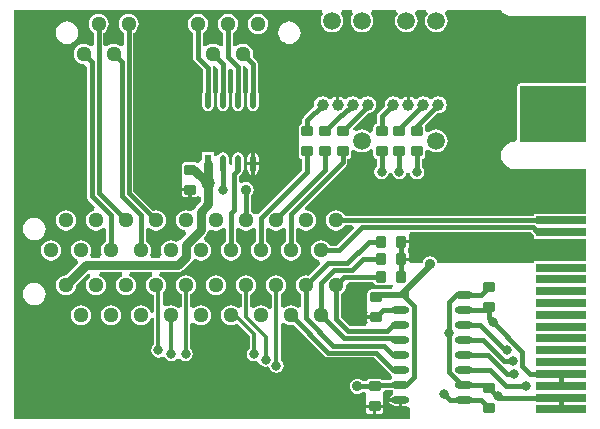
<source format=gtl>
G04 Layer_Physical_Order=1*
G04 Layer_Color=255*
%FSLAX24Y24*%
%MOIN*%
G70*
G01*
G75*
G04:AMPARAMS|DCode=10|XSize=39.4mil|YSize=35.4mil|CornerRadius=4.4mil|HoleSize=0mil|Usage=FLASHONLY|Rotation=180.000|XOffset=0mil|YOffset=0mil|HoleType=Round|Shape=RoundedRectangle|*
%AMROUNDEDRECTD10*
21,1,0.0394,0.0266,0,0,180.0*
21,1,0.0305,0.0354,0,0,180.0*
1,1,0.0089,-0.0153,0.0133*
1,1,0.0089,0.0153,0.0133*
1,1,0.0089,0.0153,-0.0133*
1,1,0.0089,-0.0153,-0.0133*
%
%ADD10ROUNDEDRECTD10*%
%ADD11R,0.0217X0.0591*%
%ADD12O,0.0217X0.0591*%
G04:AMPARAMS|DCode=13|XSize=39.4mil|YSize=35.4mil|CornerRadius=4.4mil|HoleSize=0mil|Usage=FLASHONLY|Rotation=270.000|XOffset=0mil|YOffset=0mil|HoleType=Round|Shape=RoundedRectangle|*
%AMROUNDEDRECTD13*
21,1,0.0394,0.0266,0,0,270.0*
21,1,0.0305,0.0354,0,0,270.0*
1,1,0.0089,-0.0133,-0.0153*
1,1,0.0089,-0.0133,0.0153*
1,1,0.0089,0.0133,0.0153*
1,1,0.0089,0.0133,-0.0153*
%
%ADD13ROUNDEDRECTD13*%
%ADD14O,0.0610X0.0236*%
%ADD15R,0.0610X0.0236*%
%ADD16R,0.1654X0.0276*%
%ADD17C,0.0118*%
%ADD18C,0.0157*%
%ADD19C,0.0197*%
%ADD20C,0.0315*%
%ADD21C,0.0394*%
%ADD22C,0.0512*%
%ADD23C,0.0591*%
%ADD24C,0.0315*%
%ADD25C,0.0354*%
%ADD26C,0.0472*%
G36*
X12054Y4603D02*
X12082Y4562D01*
X12122Y4535D01*
X12170Y4525D01*
X12436D01*
X12475Y4533D01*
X12480Y4528D01*
X12709D01*
X12709Y4528D01*
X12659Y4409D01*
X12569D01*
Y4393D01*
X12205D01*
X12199Y4392D01*
X11973D01*
X11925Y4383D01*
X11885Y4355D01*
X11858Y4315D01*
X11848Y4267D01*
Y4001D01*
X11856Y3962D01*
X11850Y3957D01*
Y3642D01*
X11856Y3636D01*
X11848Y3597D01*
Y3524D01*
X12126D01*
Y3406D01*
X11848D01*
Y3332D01*
X11855Y3294D01*
X11853Y3276D01*
X11788Y3176D01*
X11263D01*
X10960Y3480D01*
Y4232D01*
X10968Y4235D01*
X11038Y4289D01*
X11092Y4359D01*
X11125Y4440D01*
X11137Y4528D01*
X11235Y4643D01*
X12046D01*
X12054Y4603D01*
D02*
G37*
G36*
X19134Y9313D02*
X16929D01*
Y11181D01*
X19134D01*
Y9313D01*
D02*
G37*
G36*
X17400Y6186D02*
X17400Y6186D01*
X17402Y6185D01*
Y6083D01*
X19134D01*
Y5335D01*
X17402D01*
Y5276D01*
X14190D01*
X14186Y5303D01*
X14161Y5365D01*
X14120Y5419D01*
X14066Y5460D01*
X14004Y5486D01*
X13937Y5494D01*
X13870Y5486D01*
X13808Y5460D01*
X13754Y5419D01*
X13713Y5365D01*
X13688Y5303D01*
X13684Y5276D01*
X13335D01*
X13268Y5276D01*
X13246Y5335D01*
X12972D01*
Y5453D01*
X13231D01*
Y5546D01*
X13221Y5594D01*
X13205Y5619D01*
X13194Y5639D01*
Y5739D01*
X13205Y5759D01*
X13221Y5784D01*
X13231Y5832D01*
Y5925D01*
X12972D01*
Y6043D01*
X13231D01*
Y6137D01*
X13223Y6178D01*
X13222Y6187D01*
X13285Y6296D01*
X17290D01*
X17400Y6186D01*
D02*
G37*
G36*
X16332Y13650D02*
X16373Y13597D01*
X16426Y13556D01*
X16488Y13530D01*
X16555Y13521D01*
Y13522D01*
X19134D01*
Y11261D01*
X16929D01*
X16898Y11255D01*
X16872Y11238D01*
X16855Y11212D01*
X16849Y11181D01*
Y9366D01*
X16752Y9315D01*
Y9315D01*
X16634Y9299D01*
X16524Y9254D01*
X16429Y9181D01*
X16356Y9087D01*
X16311Y8976D01*
X16295Y8858D01*
X16311Y8740D01*
X16356Y8630D01*
X16429Y8535D01*
X16524Y8463D01*
X16634Y8417D01*
X16752Y8402D01*
Y8404D01*
X19134D01*
Y6909D01*
X17402D01*
Y6853D01*
X11095D01*
X11092Y6862D01*
X11038Y6932D01*
X10968Y6985D01*
X10887Y7019D01*
X10799Y7030D01*
X10712Y7019D01*
X10630Y6985D01*
X10561Y6932D01*
X10507Y6862D01*
X10473Y6780D01*
X10462Y6693D01*
X10473Y6606D01*
X10507Y6524D01*
X10561Y6454D01*
X10630Y6401D01*
X10712Y6367D01*
X10799Y6355D01*
X10887Y6367D01*
X10968Y6401D01*
X11038Y6454D01*
X11092Y6524D01*
X11095Y6532D01*
X11348D01*
X11393Y6423D01*
X10823Y5853D01*
X10595D01*
X10592Y5862D01*
X10538Y5932D01*
X10468Y5985D01*
X10387Y6019D01*
X10299Y6030D01*
X10212Y6019D01*
X10130Y5985D01*
X10061Y5932D01*
X10007Y5862D01*
X9973Y5780D01*
X9962Y5693D01*
X9973Y5606D01*
X10007Y5524D01*
X10061Y5454D01*
X10130Y5401D01*
X10212Y5367D01*
X10241Y5363D01*
X10283Y5238D01*
X9895Y4850D01*
X9887Y4854D01*
X9799Y4865D01*
X9712Y4854D01*
X9630Y4820D01*
X9561Y4766D01*
X9507Y4696D01*
X9473Y4615D01*
X9462Y4528D01*
X9473Y4440D01*
X9507Y4359D01*
X9561Y4289D01*
X9630Y4235D01*
X9639Y4232D01*
Y3829D01*
X9587Y3797D01*
X9521Y3780D01*
X9468Y3820D01*
X9387Y3854D01*
X9299Y3865D01*
X9212Y3854D01*
X9130Y3820D01*
X9078Y3779D01*
X9013Y3796D01*
X8959Y3828D01*
Y4232D01*
X8968Y4235D01*
X9038Y4289D01*
X9092Y4359D01*
X9125Y4440D01*
X9137Y4528D01*
X9125Y4615D01*
X9092Y4696D01*
X9038Y4766D01*
X8968Y4820D01*
X8887Y4854D01*
X8799Y4865D01*
X8712Y4854D01*
X8630Y4820D01*
X8561Y4766D01*
X8507Y4696D01*
X8473Y4615D01*
X8462Y4528D01*
X8473Y4440D01*
X8507Y4359D01*
X8561Y4289D01*
X8630Y4235D01*
X8678Y4215D01*
Y3777D01*
X8560Y3737D01*
X8538Y3766D01*
X8468Y3820D01*
X8387Y3854D01*
X8299Y3865D01*
X8212Y3854D01*
X8130Y3820D01*
X8061Y3766D01*
X8054Y3758D01*
X7936Y3798D01*
Y4222D01*
X7968Y4235D01*
X8038Y4289D01*
X8092Y4359D01*
X8125Y4440D01*
X8137Y4528D01*
X8125Y4615D01*
X8092Y4696D01*
X8038Y4766D01*
X7968Y4820D01*
X7887Y4854D01*
X7799Y4865D01*
X7712Y4854D01*
X7630Y4820D01*
X7561Y4766D01*
X7507Y4696D01*
X7473Y4615D01*
X7462Y4528D01*
X7473Y4440D01*
X7507Y4359D01*
X7561Y4289D01*
X7630Y4235D01*
X7655Y4225D01*
Y3808D01*
X7543Y3768D01*
X7537Y3767D01*
X7468Y3820D01*
X7387Y3854D01*
X7299Y3865D01*
X7212Y3854D01*
X7130Y3820D01*
X7061Y3766D01*
X7007Y3696D01*
X6973Y3615D01*
X6962Y3528D01*
X6973Y3440D01*
X7007Y3359D01*
X7061Y3289D01*
X7130Y3235D01*
X7212Y3202D01*
X7299Y3190D01*
X7387Y3202D01*
X7468Y3235D01*
X7515Y3271D01*
X7930Y2855D01*
Y2434D01*
X7901Y2414D01*
X7848Y2336D01*
X7830Y2244D01*
X7848Y2152D01*
X7901Y2074D01*
X7979Y2022D01*
X8071Y2003D01*
X8163Y2022D01*
X8249Y1937D01*
X8289Y1877D01*
X8367Y1825D01*
X8459Y1806D01*
X8551Y1825D01*
X8617Y1727D01*
X8649Y1680D01*
X8727Y1628D01*
X8819Y1610D01*
X8911Y1628D01*
X8989Y1680D01*
X9041Y1758D01*
X9060Y1850D01*
X9041Y1943D01*
X8989Y2021D01*
X8959Y2041D01*
Y3227D01*
X9013Y3259D01*
X9078Y3276D01*
X9130Y3235D01*
X9212Y3202D01*
X9299Y3190D01*
X9387Y3202D01*
X9395Y3205D01*
X10430Y2170D01*
X10430Y2170D01*
X10482Y2135D01*
X10543Y2123D01*
X10543Y2123D01*
X12059D01*
X12583Y1599D01*
X12583Y1599D01*
X12622Y1573D01*
X12624Y1571D01*
X12642Y1559D01*
X12659Y1429D01*
X12656Y1418D01*
X12605Y1373D01*
X12334D01*
X12328Y1383D01*
X12287Y1410D01*
X12239Y1420D01*
X11934D01*
X11886Y1410D01*
X11845Y1383D01*
X11821Y1347D01*
X11780Y1343D01*
X11699Y1344D01*
X11698Y1344D01*
X11645Y1385D01*
X11583Y1411D01*
X11516Y1420D01*
X11449Y1411D01*
X11387Y1385D01*
X11333Y1344D01*
X11292Y1290D01*
X11266Y1228D01*
X11258Y1161D01*
X11266Y1095D01*
X11292Y1032D01*
X11333Y979D01*
X11387Y938D01*
X11449Y912D01*
X11516Y903D01*
X11583Y912D01*
X11645Y938D01*
X11693Y975D01*
X11722Y970D01*
X11811Y937D01*
Y669D01*
X11816Y664D01*
X11809Y625D01*
Y551D01*
X12365D01*
Y625D01*
X12357Y664D01*
X12362Y669D01*
Y984D01*
X12452Y1052D01*
X12652D01*
X12689Y1027D01*
X12711Y1023D01*
Y902D01*
X12689Y898D01*
X12624Y855D01*
X12580Y789D01*
X12577Y772D01*
X12953D01*
Y713D01*
X13012D01*
Y512D01*
X13140D01*
X13150Y514D01*
X13268Y430D01*
Y80D01*
X80D01*
Y13699D01*
X10326D01*
X10339Y13685D01*
X10378Y13581D01*
X10343Y13535D01*
X10305Y13444D01*
X10292Y13346D01*
X10305Y13249D01*
X10343Y13158D01*
X10403Y13080D01*
X10481Y13020D01*
X10572Y12982D01*
X10669Y12969D01*
X10767Y12982D01*
X10858Y13020D01*
X10936Y13080D01*
X10996Y13158D01*
X11034Y13249D01*
X11047Y13346D01*
X11034Y13444D01*
X10996Y13535D01*
X10961Y13581D01*
X11000Y13685D01*
X11012Y13699D01*
X11326D01*
X11339Y13685D01*
X11378Y13581D01*
X11343Y13535D01*
X11305Y13444D01*
X11292Y13346D01*
X11305Y13249D01*
X11343Y13158D01*
X11403Y13080D01*
X11481Y13020D01*
X11572Y12982D01*
X11669Y12969D01*
X11767Y12982D01*
X11858Y13020D01*
X11936Y13080D01*
X11996Y13158D01*
X12034Y13249D01*
X12047Y13346D01*
X12034Y13444D01*
X11996Y13535D01*
X11961Y13581D01*
X12000Y13685D01*
X12012Y13699D01*
X12807D01*
X12819Y13685D01*
X12858Y13581D01*
X12823Y13535D01*
X12785Y13444D01*
X12772Y13346D01*
X12785Y13249D01*
X12823Y13158D01*
X12883Y13080D01*
X12961Y13020D01*
X13052Y12982D01*
X13150Y12969D01*
X13247Y12982D01*
X13338Y13020D01*
X13416Y13080D01*
X13476Y13158D01*
X13514Y13249D01*
X13527Y13346D01*
X13514Y13444D01*
X13476Y13535D01*
X13441Y13581D01*
X13480Y13685D01*
X13493Y13699D01*
X13807D01*
X13819Y13685D01*
X13858Y13581D01*
X13823Y13535D01*
X13785Y13444D01*
X13772Y13346D01*
X13785Y13249D01*
X13823Y13158D01*
X13883Y13080D01*
X13961Y13020D01*
X14052Y12982D01*
X14150Y12969D01*
X14247Y12982D01*
X14338Y13020D01*
X14416Y13080D01*
X14476Y13158D01*
X14514Y13249D01*
X14527Y13346D01*
X14514Y13444D01*
X14476Y13535D01*
X14441Y13581D01*
X14480Y13685D01*
X14493Y13699D01*
X16311D01*
X16332Y13650D01*
D02*
G37*
%LPC*%
G36*
X6799Y4865D02*
X6712Y4854D01*
X6630Y4820D01*
X6561Y4766D01*
X6507Y4696D01*
X6473Y4615D01*
X6462Y4528D01*
X6473Y4440D01*
X6507Y4359D01*
X6561Y4289D01*
X6630Y4235D01*
X6712Y4202D01*
X6799Y4190D01*
X6887Y4202D01*
X6968Y4235D01*
X7038Y4289D01*
X7092Y4359D01*
X7125Y4440D01*
X7137Y4528D01*
X7125Y4615D01*
X7092Y4696D01*
X7038Y4766D01*
X6968Y4820D01*
X6887Y4854D01*
X6799Y4865D01*
D02*
G37*
G36*
X748Y4613D02*
X650Y4601D01*
X559Y4563D01*
X481Y4503D01*
X421Y4425D01*
X384Y4334D01*
X371Y4236D01*
X384Y4139D01*
X421Y4048D01*
X481Y3969D01*
X559Y3910D01*
X650Y3872D01*
X748Y3859D01*
X846Y3872D01*
X937Y3910D01*
X1015Y3969D01*
X1075Y4048D01*
X1112Y4139D01*
X1125Y4236D01*
X1112Y4334D01*
X1075Y4425D01*
X1015Y4503D01*
X937Y4563D01*
X846Y4601D01*
X748Y4613D01*
D02*
G37*
G36*
X1299Y6030D02*
X1212Y6019D01*
X1130Y5985D01*
X1061Y5932D01*
X1007Y5862D01*
X973Y5780D01*
X962Y5693D01*
X973Y5606D01*
X1007Y5524D01*
X1061Y5454D01*
X1130Y5401D01*
X1212Y5367D01*
X1299Y5355D01*
X1387Y5367D01*
X1468Y5401D01*
X1538Y5454D01*
X1592Y5524D01*
X1625Y5606D01*
X1637Y5693D01*
X1625Y5780D01*
X1592Y5862D01*
X1538Y5932D01*
X1468Y5985D01*
X1387Y6019D01*
X1299Y6030D01*
D02*
G37*
G36*
X748Y6779D02*
X650Y6766D01*
X559Y6728D01*
X481Y6668D01*
X421Y6590D01*
X384Y6499D01*
X371Y6402D01*
X384Y6304D01*
X421Y6213D01*
X481Y6135D01*
X559Y6075D01*
X650Y6037D01*
X748Y6024D01*
X846Y6037D01*
X937Y6075D01*
X1015Y6135D01*
X1075Y6213D01*
X1112Y6304D01*
X1125Y6402D01*
X1112Y6499D01*
X1075Y6590D01*
X1015Y6668D01*
X937Y6728D01*
X846Y6766D01*
X748Y6779D01*
D02*
G37*
G36*
X12365Y433D02*
X12146D01*
Y234D01*
X12239D01*
X12287Y243D01*
X12328Y271D01*
X12355Y311D01*
X12365Y359D01*
Y433D01*
D02*
G37*
G36*
X12894Y654D02*
X12577D01*
X12580Y636D01*
X12624Y571D01*
X12689Y527D01*
X12766Y512D01*
X12894D01*
Y654D01*
D02*
G37*
G36*
X2299Y3865D02*
X2212Y3854D01*
X2130Y3820D01*
X2061Y3766D01*
X2007Y3696D01*
X1973Y3615D01*
X1962Y3528D01*
X1973Y3440D01*
X2007Y3359D01*
X2061Y3289D01*
X2130Y3235D01*
X2212Y3202D01*
X2299Y3190D01*
X2387Y3202D01*
X2468Y3235D01*
X2538Y3289D01*
X2592Y3359D01*
X2625Y3440D01*
X2637Y3528D01*
X2625Y3615D01*
X2592Y3696D01*
X2538Y3766D01*
X2468Y3820D01*
X2387Y3854D01*
X2299Y3865D01*
D02*
G37*
G36*
X3299D02*
X3212Y3854D01*
X3130Y3820D01*
X3061Y3766D01*
X3007Y3696D01*
X2973Y3615D01*
X2962Y3528D01*
X2973Y3440D01*
X3007Y3359D01*
X3061Y3289D01*
X3130Y3235D01*
X3212Y3202D01*
X3299Y3190D01*
X3387Y3202D01*
X3468Y3235D01*
X3538Y3289D01*
X3592Y3359D01*
X3625Y3440D01*
X3637Y3528D01*
X3625Y3615D01*
X3592Y3696D01*
X3538Y3766D01*
X3468Y3820D01*
X3387Y3854D01*
X3299Y3865D01*
D02*
G37*
G36*
X12028Y433D02*
X11809D01*
Y359D01*
X11818Y311D01*
X11845Y271D01*
X11886Y243D01*
X11934Y234D01*
X12028D01*
Y433D01*
D02*
G37*
G36*
X3892Y13582D02*
X3804Y13570D01*
X3723Y13536D01*
X3653Y13483D01*
X3599Y13413D01*
X3566Y13331D01*
X3554Y13244D01*
X3566Y13157D01*
X3599Y13075D01*
X3653Y13005D01*
X3723Y12952D01*
X3731Y12948D01*
Y12545D01*
X3679Y12513D01*
X3613Y12496D01*
X3561Y12536D01*
X3479Y12570D01*
X3392Y12582D01*
X3304Y12570D01*
X3223Y12536D01*
X3170Y12496D01*
X3104Y12513D01*
X3052Y12545D01*
Y12948D01*
X3061Y12952D01*
X3130Y13005D01*
X3184Y13075D01*
X3218Y13157D01*
X3229Y13244D01*
X3218Y13331D01*
X3184Y13413D01*
X3130Y13483D01*
X3061Y13536D01*
X2979Y13570D01*
X2892Y13582D01*
X2804Y13570D01*
X2723Y13536D01*
X2653Y13483D01*
X2599Y13413D01*
X2566Y13331D01*
X2554Y13244D01*
X2566Y13157D01*
X2599Y13075D01*
X2653Y13005D01*
X2723Y12952D01*
X2731Y12948D01*
Y12545D01*
X2679Y12513D01*
X2613Y12496D01*
X2560Y12536D01*
X2479Y12570D01*
X2392Y12582D01*
X2304Y12570D01*
X2223Y12536D01*
X2153Y12483D01*
X2099Y12413D01*
X2066Y12331D01*
X2054Y12244D01*
X2066Y12157D01*
X2099Y12075D01*
X2153Y12005D01*
X2223Y11952D01*
X2304Y11918D01*
X2392Y11907D01*
X2495Y11801D01*
Y7503D01*
X2495Y7503D01*
X2507Y7441D01*
X2542Y7389D01*
X2783Y7147D01*
X2741Y7023D01*
X2712Y7019D01*
X2630Y6985D01*
X2561Y6932D01*
X2507Y6862D01*
X2473Y6780D01*
X2462Y6693D01*
X2473Y6606D01*
X2507Y6524D01*
X2561Y6454D01*
X2630Y6401D01*
X2712Y6367D01*
X2799Y6355D01*
X2887Y6367D01*
X2968Y6401D01*
X3021Y6441D01*
X3087Y6424D01*
X3139Y6392D01*
Y5989D01*
X3130Y5985D01*
X3061Y5932D01*
X3007Y5862D01*
X2973Y5780D01*
X2962Y5693D01*
X2973Y5606D01*
X2992Y5560D01*
X2947Y5466D01*
X2921Y5442D01*
X2677D01*
X2651Y5466D01*
X2606Y5560D01*
X2625Y5606D01*
X2637Y5693D01*
X2625Y5780D01*
X2592Y5862D01*
X2538Y5932D01*
X2468Y5985D01*
X2387Y6019D01*
X2299Y6030D01*
X2212Y6019D01*
X2130Y5985D01*
X2061Y5932D01*
X2007Y5862D01*
X1973Y5780D01*
X1962Y5693D01*
X1973Y5606D01*
X2007Y5524D01*
X2061Y5454D01*
X2130Y5401D01*
X2155Y5391D01*
X2189Y5258D01*
X1796Y4865D01*
X1712Y4854D01*
X1630Y4820D01*
X1561Y4766D01*
X1507Y4696D01*
X1473Y4615D01*
X1462Y4528D01*
X1473Y4440D01*
X1507Y4359D01*
X1561Y4289D01*
X1630Y4235D01*
X1712Y4202D01*
X1799Y4190D01*
X1887Y4202D01*
X1968Y4235D01*
X2038Y4289D01*
X2092Y4359D01*
X2125Y4440D01*
X2136Y4524D01*
X2545Y4933D01*
X2582Y4926D01*
X2599Y4889D01*
X2607Y4802D01*
X2561Y4766D01*
X2507Y4696D01*
X2473Y4615D01*
X2462Y4528D01*
X2473Y4440D01*
X2507Y4359D01*
X2561Y4289D01*
X2630Y4235D01*
X2712Y4202D01*
X2799Y4190D01*
X2887Y4202D01*
X2968Y4235D01*
X3038Y4289D01*
X3092Y4359D01*
X3125Y4440D01*
X3137Y4528D01*
X3125Y4615D01*
X3092Y4696D01*
X3038Y4766D01*
X2968Y4820D01*
X2915Y4842D01*
X2938Y4960D01*
X3660D01*
X3683Y4842D01*
X3630Y4820D01*
X3561Y4766D01*
X3507Y4696D01*
X3473Y4615D01*
X3462Y4528D01*
X3473Y4440D01*
X3507Y4359D01*
X3561Y4289D01*
X3630Y4235D01*
X3712Y4202D01*
X3799Y4190D01*
X3887Y4202D01*
X3968Y4235D01*
X4038Y4289D01*
X4092Y4359D01*
X4125Y4440D01*
X4137Y4528D01*
X4125Y4615D01*
X4092Y4696D01*
X4038Y4766D01*
X3968Y4820D01*
X3915Y4842D01*
X3938Y4960D01*
X4660D01*
X4683Y4842D01*
X4630Y4820D01*
X4561Y4766D01*
X4507Y4696D01*
X4473Y4615D01*
X4462Y4528D01*
X4473Y4440D01*
X4507Y4359D01*
X4561Y4289D01*
X4630Y4235D01*
X4712Y4202D01*
X4741Y4198D01*
Y3632D01*
X4625Y3615D01*
X4592Y3696D01*
X4538Y3766D01*
X4468Y3820D01*
X4387Y3854D01*
X4299Y3865D01*
X4212Y3854D01*
X4130Y3820D01*
X4061Y3766D01*
X4007Y3696D01*
X3973Y3615D01*
X3962Y3528D01*
X3973Y3440D01*
X4007Y3359D01*
X4061Y3289D01*
X4130Y3235D01*
X4212Y3202D01*
X4299Y3190D01*
X4387Y3202D01*
X4468Y3235D01*
X4538Y3289D01*
X4592Y3359D01*
X4625Y3440D01*
X4741Y3423D01*
Y2552D01*
X4712Y2533D01*
X4659Y2454D01*
X4641Y2362D01*
X4659Y2270D01*
X4712Y2192D01*
X4790Y2140D01*
X4882Y2121D01*
X4974Y2140D01*
X4974Y2140D01*
X5086Y2151D01*
X5122Y2107D01*
X5145Y2074D01*
X5223Y2022D01*
X5315Y2003D01*
X5407Y2022D01*
X5485Y2074D01*
X5617D01*
X5695Y2022D01*
X5787Y2003D01*
X5880Y2022D01*
X5958Y2074D01*
X6010Y2152D01*
X6028Y2244D01*
X6010Y2336D01*
X5958Y2414D01*
X5940Y2426D01*
Y3252D01*
X6058Y3292D01*
X6061Y3289D01*
X6130Y3235D01*
X6212Y3202D01*
X6299Y3190D01*
X6387Y3202D01*
X6468Y3235D01*
X6538Y3289D01*
X6592Y3359D01*
X6625Y3440D01*
X6637Y3528D01*
X6625Y3615D01*
X6592Y3696D01*
X6538Y3766D01*
X6468Y3820D01*
X6387Y3854D01*
X6299Y3865D01*
X6212Y3854D01*
X6130Y3820D01*
X6061Y3766D01*
X6058Y3763D01*
X5940Y3803D01*
Y4224D01*
X5968Y4235D01*
X6038Y4289D01*
X6092Y4359D01*
X6125Y4440D01*
X6137Y4528D01*
X6125Y4615D01*
X6092Y4696D01*
X6038Y4766D01*
X5968Y4820D01*
X5887Y4854D01*
X5799Y4865D01*
X5712Y4854D01*
X5630Y4820D01*
X5561Y4766D01*
X5507Y4696D01*
X5473Y4615D01*
X5462Y4528D01*
X5473Y4440D01*
X5507Y4359D01*
X5561Y4289D01*
X5630Y4235D01*
X5659Y4224D01*
Y3803D01*
X5541Y3763D01*
X5538Y3766D01*
X5468Y3820D01*
X5387Y3854D01*
X5299Y3865D01*
X5212Y3854D01*
X5140Y3824D01*
X5100Y3838D01*
X5022Y3886D01*
Y4277D01*
X5038Y4289D01*
X5092Y4359D01*
X5125Y4440D01*
X5137Y4528D01*
X5125Y4615D01*
X5092Y4696D01*
X5038Y4766D01*
X4968Y4820D01*
X4915Y4842D01*
X4938Y4960D01*
X5526D01*
X5618Y4978D01*
X5696Y5030D01*
X5962Y5296D01*
X5999Y5352D01*
X6094Y5393D01*
X6124Y5399D01*
X6139Y5397D01*
X6212Y5367D01*
X6299Y5355D01*
X6387Y5367D01*
X6468Y5401D01*
X6538Y5454D01*
X6592Y5524D01*
X6625Y5606D01*
X6637Y5693D01*
X6625Y5780D01*
X6592Y5862D01*
X6538Y5932D01*
X6468Y5985D01*
X6422Y6004D01*
X6388Y6102D01*
X6389Y6138D01*
X6462Y6211D01*
X6514Y6289D01*
X6523Y6334D01*
X6593Y6377D01*
X6624Y6390D01*
X6650Y6392D01*
X6712Y6367D01*
X6799Y6355D01*
X6887Y6367D01*
X6968Y6401D01*
X7021Y6441D01*
X7087Y6424D01*
X7139Y6392D01*
Y5989D01*
X7130Y5985D01*
X7061Y5932D01*
X7007Y5862D01*
X6973Y5780D01*
X6962Y5693D01*
X6973Y5606D01*
X7007Y5524D01*
X7061Y5454D01*
X7130Y5401D01*
X7212Y5367D01*
X7299Y5355D01*
X7387Y5367D01*
X7468Y5401D01*
X7538Y5454D01*
X7592Y5524D01*
X7625Y5606D01*
X7637Y5693D01*
X7625Y5780D01*
X7592Y5862D01*
X7538Y5932D01*
X7468Y5985D01*
X7460Y5989D01*
Y6392D01*
X7512Y6424D01*
X7578Y6441D01*
X7630Y6401D01*
X7712Y6367D01*
X7799Y6355D01*
X7887Y6367D01*
X7968Y6401D01*
X8021Y6441D01*
X8087Y6424D01*
X8139Y6392D01*
Y5989D01*
X8130Y5985D01*
X8061Y5932D01*
X8007Y5862D01*
X7973Y5780D01*
X7962Y5693D01*
X7973Y5606D01*
X8007Y5524D01*
X8061Y5454D01*
X8130Y5401D01*
X8212Y5367D01*
X8299Y5355D01*
X8387Y5367D01*
X8468Y5401D01*
X8538Y5454D01*
X8592Y5524D01*
X8625Y5606D01*
X8637Y5693D01*
X8625Y5780D01*
X8592Y5862D01*
X8538Y5932D01*
X8468Y5985D01*
X8460Y5989D01*
Y6392D01*
X8512Y6424D01*
X8578Y6441D01*
X8630Y6401D01*
X8712Y6367D01*
X8799Y6355D01*
X8887Y6367D01*
X8968Y6401D01*
X9021Y6441D01*
X9087Y6424D01*
X9139Y6392D01*
Y5989D01*
X9130Y5985D01*
X9061Y5932D01*
X9007Y5862D01*
X8973Y5780D01*
X8962Y5693D01*
X8973Y5606D01*
X9007Y5524D01*
X9061Y5454D01*
X9130Y5401D01*
X9212Y5367D01*
X9299Y5355D01*
X9387Y5367D01*
X9468Y5401D01*
X9538Y5454D01*
X9592Y5524D01*
X9625Y5606D01*
X9637Y5693D01*
X9625Y5780D01*
X9592Y5862D01*
X9538Y5932D01*
X9468Y5985D01*
X9460Y5989D01*
Y6392D01*
X9512Y6424D01*
X9578Y6441D01*
X9630Y6401D01*
X9712Y6367D01*
X9799Y6355D01*
X9887Y6367D01*
X9968Y6401D01*
X10038Y6454D01*
X10092Y6524D01*
X10125Y6606D01*
X10137Y6693D01*
X10125Y6780D01*
X10092Y6862D01*
X10038Y6932D01*
X9968Y6985D01*
X9887Y7019D01*
X9814Y7028D01*
X9786Y7071D01*
X9764Y7145D01*
X11137Y8518D01*
X11137Y8518D01*
X11172Y8570D01*
X11184Y8632D01*
X11184Y8632D01*
Y8739D01*
X11224Y8747D01*
X11265Y8774D01*
X11292Y8815D01*
X11302Y8863D01*
Y9017D01*
X11354Y9050D01*
X11420Y9067D01*
X11481Y9020D01*
X11572Y8982D01*
X11669Y8969D01*
X11767Y8982D01*
X11858Y9020D01*
X11927Y9073D01*
X11967Y9065D01*
X12045Y9027D01*
Y8863D01*
X12054Y8815D01*
X12082Y8774D01*
X12122Y8747D01*
X12162Y8739D01*
Y8484D01*
X12153Y8477D01*
X12100Y8399D01*
X12082Y8307D01*
X12100Y8215D01*
X12153Y8137D01*
X12231Y8085D01*
X12323Y8066D01*
X12415Y8085D01*
X12493Y8137D01*
X12545Y8215D01*
X12558Y8278D01*
X12678D01*
X12691Y8215D01*
X12743Y8137D01*
X12821Y8085D01*
X12913Y8066D01*
X13006Y8085D01*
X13084Y8137D01*
X13136Y8215D01*
X13148Y8278D01*
X13269D01*
X13281Y8215D01*
X13334Y8137D01*
X13412Y8085D01*
X13504Y8066D01*
X13596Y8085D01*
X13674Y8137D01*
X13726Y8215D01*
X13745Y8307D01*
X13726Y8399D01*
X13674Y8477D01*
X13664Y8484D01*
Y8739D01*
X13705Y8747D01*
X13745Y8774D01*
X13772Y8815D01*
X13782Y8863D01*
Y9017D01*
X13834Y9050D01*
X13900Y9067D01*
X13961Y9020D01*
X14052Y8982D01*
X14150Y8969D01*
X14247Y8982D01*
X14338Y9020D01*
X14416Y9080D01*
X14476Y9158D01*
X14514Y9249D01*
X14527Y9346D01*
X14514Y9444D01*
X14476Y9535D01*
X14416Y9613D01*
X14338Y9673D01*
X14247Y9711D01*
X14150Y9724D01*
X14052Y9711D01*
X13961Y9673D01*
X13900Y9626D01*
X13834Y9643D01*
X13782Y9676D01*
Y9798D01*
X13772Y9846D01*
X13759Y9866D01*
X13974Y10081D01*
X13977Y10083D01*
X14173Y10279D01*
X14217Y10273D01*
X14288Y10283D01*
X14356Y10310D01*
X14413Y10355D01*
X14457Y10412D01*
X14485Y10479D01*
X14495Y10551D01*
X14485Y10623D01*
X14457Y10690D01*
X14413Y10748D01*
X14356Y10792D01*
X14288Y10820D01*
X14217Y10829D01*
X14145Y10820D01*
X14078Y10792D01*
X14020Y10748D01*
X13913D01*
X13856Y10792D01*
X13788Y10820D01*
X13717Y10829D01*
X13645Y10820D01*
X13578Y10792D01*
X13520Y10748D01*
X13413D01*
X13356Y10792D01*
X13288Y10820D01*
X13276Y10821D01*
Y10551D01*
X13157D01*
Y10821D01*
X13145Y10820D01*
X13078Y10792D01*
X13020Y10748D01*
X12913D01*
X12856Y10792D01*
X12788Y10820D01*
X12717Y10829D01*
X12645Y10820D01*
X12578Y10792D01*
X12520Y10748D01*
X12476Y10690D01*
X12448Y10623D01*
X12439Y10551D01*
X12444Y10506D01*
X12209Y10271D01*
X12174Y10219D01*
X12162Y10157D01*
X12162Y10157D01*
Y9922D01*
X12122Y9914D01*
X12082Y9887D01*
X12054Y9846D01*
X12045Y9798D01*
Y9665D01*
X11967Y9628D01*
X11927Y9620D01*
X11858Y9673D01*
X11767Y9711D01*
X11669Y9724D01*
X11572Y9711D01*
X11481Y9673D01*
X11408Y9690D01*
X11359Y9729D01*
X11362Y9776D01*
X11859Y10274D01*
X11926Y10283D01*
X11993Y10310D01*
X12051Y10355D01*
X12095Y10412D01*
X12123Y10479D01*
X12132Y10551D01*
X12123Y10623D01*
X12095Y10690D01*
X12051Y10748D01*
X11993Y10792D01*
X11926Y10820D01*
X11854Y10829D01*
X11782Y10820D01*
X11715Y10792D01*
X11658Y10748D01*
X11551D01*
X11493Y10792D01*
X11426Y10820D01*
X11354Y10829D01*
X11282Y10820D01*
X11215Y10792D01*
X11158Y10748D01*
X11051D01*
X10993Y10792D01*
X10926Y10820D01*
X10913Y10821D01*
Y10551D01*
X10795D01*
Y10821D01*
X10782Y10820D01*
X10715Y10792D01*
X10658Y10748D01*
X10551D01*
X10493Y10792D01*
X10426Y10820D01*
X10354Y10829D01*
X10282Y10820D01*
X10215Y10792D01*
X10158Y10748D01*
X10114Y10690D01*
X10086Y10623D01*
X10076Y10551D01*
X10082Y10506D01*
X9729Y10153D01*
X9694Y10101D01*
X9682Y10039D01*
X9682Y10039D01*
Y9922D01*
X9642Y9914D01*
X9601Y9887D01*
X9574Y9846D01*
X9565Y9798D01*
Y9532D01*
X9572Y9494D01*
X9567Y9488D01*
Y9173D01*
X9572Y9168D01*
X9565Y9129D01*
Y8863D01*
X9574Y8815D01*
X9601Y8774D01*
X9642Y8747D01*
X9682Y8739D01*
Y8387D01*
X8201Y6906D01*
X8183Y6899D01*
X8144Y6897D01*
X8055Y6909D01*
X8038Y6932D01*
X7968Y6985D01*
X7960Y6989D01*
Y7513D01*
X7982Y7530D01*
X8023Y7584D01*
X8049Y7646D01*
X8057Y7713D01*
X8049Y7779D01*
X8023Y7842D01*
X7982Y7895D01*
X7928Y7936D01*
X7866Y7962D01*
X7799Y7971D01*
X7732Y7962D01*
X7680Y7940D01*
X7640Y7955D01*
X7562Y8002D01*
Y8162D01*
X7643Y8242D01*
X7670Y8261D01*
X7712Y8323D01*
X7726Y8396D01*
Y8770D01*
X7712Y8843D01*
X7670Y8905D01*
X7608Y8946D01*
X7535Y8960D01*
X7462Y8946D01*
X7401Y8905D01*
X7359Y8843D01*
X7345Y8770D01*
Y8526D01*
X7344Y8525D01*
X7226Y8588D01*
Y8770D01*
X7212Y8843D01*
X7170Y8905D01*
X7108Y8946D01*
X7035Y8960D01*
X6962Y8946D01*
X6901Y8905D01*
X6880Y8874D01*
X6769Y8836D01*
X6737Y8833D01*
X6722Y8844D01*
Y8957D01*
X6348D01*
Y8728D01*
X6313Y8675D01*
X6310Y8660D01*
X6220Y8610D01*
X6186Y8607D01*
X6145Y8635D01*
X6097Y8644D01*
X5792D01*
X5744Y8635D01*
X5704Y8607D01*
X5676Y8567D01*
X5667Y8519D01*
Y8253D01*
X5675Y8214D01*
X5669Y8209D01*
Y7894D01*
X5675Y7888D01*
X5667Y7849D01*
Y7776D01*
X5945D01*
Y7717D01*
X6004D01*
Y7458D01*
X6097D01*
X6145Y7468D01*
X6186Y7495D01*
X6186Y7495D01*
X6304Y7459D01*
Y7324D01*
X6121Y7141D01*
X6069Y7063D01*
X6068Y7057D01*
X6032Y7031D01*
X5936Y6999D01*
X5887Y7019D01*
X5799Y7030D01*
X5712Y7019D01*
X5630Y6985D01*
X5561Y6932D01*
X5507Y6862D01*
X5473Y6780D01*
X5462Y6693D01*
X5473Y6606D01*
X5507Y6524D01*
X5561Y6454D01*
X5630Y6401D01*
X5712Y6367D01*
X5763Y6360D01*
X5807Y6268D01*
X5809Y6240D01*
X5621Y6051D01*
X5606Y6028D01*
X5477Y5988D01*
X5452Y5992D01*
X5387Y6019D01*
X5299Y6030D01*
X5212Y6019D01*
X5130Y5985D01*
X5061Y5932D01*
X5007Y5862D01*
X4973Y5780D01*
X4962Y5693D01*
X4973Y5606D01*
X4992Y5560D01*
X4947Y5466D01*
X4921Y5442D01*
X4677D01*
X4651Y5466D01*
X4606Y5560D01*
X4625Y5606D01*
X4637Y5693D01*
X4625Y5780D01*
X4592Y5862D01*
X4538Y5932D01*
X4468Y5985D01*
X4460Y5989D01*
Y6392D01*
X4512Y6424D01*
X4578Y6441D01*
X4630Y6401D01*
X4712Y6367D01*
X4799Y6355D01*
X4887Y6367D01*
X4968Y6401D01*
X5038Y6454D01*
X5092Y6524D01*
X5125Y6606D01*
X5137Y6693D01*
X5125Y6780D01*
X5092Y6862D01*
X5038Y6932D01*
X4968Y6985D01*
X4887Y7019D01*
X4799Y7030D01*
X4712Y7019D01*
X4704Y7016D01*
X4052Y7667D01*
Y12948D01*
X4060Y12952D01*
X4130Y13005D01*
X4184Y13075D01*
X4218Y13157D01*
X4229Y13244D01*
X4218Y13331D01*
X4184Y13413D01*
X4130Y13483D01*
X4060Y13536D01*
X3979Y13570D01*
X3892Y13582D01*
D02*
G37*
G36*
X7201D02*
X7113Y13570D01*
X7032Y13536D01*
X6962Y13483D01*
X6908Y13413D01*
X6875Y13331D01*
X6863Y13244D01*
X6875Y13157D01*
X6908Y13075D01*
X6962Y13005D01*
X7032Y12952D01*
X7040Y12948D01*
Y12545D01*
X6988Y12513D01*
X6922Y12496D01*
X6870Y12536D01*
X6788Y12570D01*
X6701Y12582D01*
X6613Y12570D01*
X6532Y12536D01*
X6479Y12496D01*
X6413Y12513D01*
X6361Y12545D01*
Y12948D01*
X6370Y12952D01*
X6439Y13005D01*
X6493Y13075D01*
X6527Y13157D01*
X6538Y13244D01*
X6527Y13331D01*
X6493Y13413D01*
X6439Y13483D01*
X6370Y13536D01*
X6288Y13570D01*
X6201Y13582D01*
X6113Y13570D01*
X6032Y13536D01*
X5962Y13483D01*
X5908Y13413D01*
X5875Y13331D01*
X5863Y13244D01*
X5875Y13157D01*
X5908Y13075D01*
X5962Y13005D01*
X6032Y12952D01*
X6040Y12948D01*
Y12106D01*
X6040Y12106D01*
X6052Y12045D01*
X6087Y11993D01*
X6375Y11705D01*
Y10992D01*
X6359Y10969D01*
X6345Y10896D01*
Y10522D01*
X6359Y10449D01*
X6401Y10387D01*
X6462Y10345D01*
X6535Y10331D01*
X6608Y10345D01*
X6670Y10387D01*
X6712Y10449D01*
X6726Y10522D01*
Y10896D01*
X6712Y10969D01*
X6696Y10992D01*
Y11772D01*
X6696Y11772D01*
X6692Y11791D01*
X6693Y11799D01*
X6710Y11830D01*
X6757Y11841D01*
X6875Y11749D01*
Y10992D01*
X6859Y10969D01*
X6845Y10896D01*
Y10522D01*
X6859Y10449D01*
X6901Y10387D01*
X6962Y10345D01*
X7035Y10331D01*
X7108Y10345D01*
X7170Y10387D01*
X7212Y10449D01*
X7226Y10522D01*
Y10896D01*
X7212Y10969D01*
X7196Y10992D01*
Y11718D01*
X7308Y11767D01*
X7375Y11714D01*
Y10992D01*
X7359Y10969D01*
X7345Y10896D01*
Y10522D01*
X7359Y10449D01*
X7401Y10387D01*
X7462Y10345D01*
X7535Y10331D01*
X7608Y10345D01*
X7670Y10387D01*
X7712Y10449D01*
X7726Y10522D01*
Y10896D01*
X7712Y10969D01*
X7696Y10992D01*
Y11792D01*
X7696Y11795D01*
X7715Y11825D01*
X7757Y11832D01*
X7875Y11731D01*
Y10992D01*
X7859Y10969D01*
X7845Y10896D01*
Y10522D01*
X7859Y10449D01*
X7901Y10387D01*
X7962Y10345D01*
X8035Y10331D01*
X8108Y10345D01*
X8170Y10387D01*
X8212Y10449D01*
X8226Y10522D01*
Y10896D01*
X8212Y10969D01*
X8196Y10992D01*
Y11909D01*
X8196Y11909D01*
X8184Y11971D01*
X8149Y12023D01*
X8023Y12149D01*
X8027Y12157D01*
X8038Y12244D01*
X8027Y12331D01*
X7993Y12413D01*
X7939Y12483D01*
X7870Y12536D01*
X7788Y12570D01*
X7701Y12582D01*
X7613Y12570D01*
X7532Y12536D01*
X7479Y12496D01*
X7413Y12513D01*
X7361Y12545D01*
Y12948D01*
X7370Y12952D01*
X7439Y13005D01*
X7493Y13075D01*
X7527Y13157D01*
X7538Y13244D01*
X7527Y13331D01*
X7493Y13413D01*
X7439Y13483D01*
X7370Y13536D01*
X7288Y13570D01*
X7201Y13582D01*
D02*
G37*
G36*
X1841Y13330D02*
X1743Y13317D01*
X1652Y13279D01*
X1574Y13219D01*
X1514Y13141D01*
X1476Y13050D01*
X1463Y12953D01*
X1476Y12855D01*
X1514Y12764D01*
X1574Y12686D01*
X1652Y12626D01*
X1743Y12588D01*
X1841Y12576D01*
X1938Y12588D01*
X2029Y12626D01*
X2107Y12686D01*
X2167Y12764D01*
X2205Y12855D01*
X2218Y12953D01*
X2205Y13050D01*
X2167Y13141D01*
X2107Y13219D01*
X2029Y13279D01*
X1938Y13317D01*
X1841Y13330D01*
D02*
G37*
G36*
X8201Y13582D02*
X8113Y13570D01*
X8032Y13536D01*
X7962Y13483D01*
X7908Y13413D01*
X7875Y13331D01*
X7863Y13244D01*
X7875Y13157D01*
X7908Y13075D01*
X7962Y13005D01*
X8032Y12952D01*
X8113Y12918D01*
X8201Y12907D01*
X8288Y12918D01*
X8370Y12952D01*
X8439Y13005D01*
X8493Y13075D01*
X8527Y13157D01*
X8538Y13244D01*
X8527Y13331D01*
X8493Y13413D01*
X8439Y13483D01*
X8370Y13536D01*
X8288Y13570D01*
X8201Y13582D01*
D02*
G37*
G36*
X9252Y13330D02*
X9154Y13317D01*
X9063Y13279D01*
X8985Y13219D01*
X8925Y13141D01*
X8888Y13050D01*
X8875Y12953D01*
X8888Y12855D01*
X8925Y12764D01*
X8985Y12686D01*
X9063Y12626D01*
X9154Y12588D01*
X9252Y12576D01*
X9350Y12588D01*
X9441Y12626D01*
X9519Y12686D01*
X9579Y12764D01*
X9616Y12855D01*
X9629Y12953D01*
X9616Y13050D01*
X9579Y13141D01*
X9519Y13219D01*
X9441Y13279D01*
X9350Y13317D01*
X9252Y13330D01*
D02*
G37*
G36*
X8094Y8949D02*
Y8642D01*
X8226D01*
Y8770D01*
X8212Y8843D01*
X8170Y8905D01*
X8108Y8946D01*
X8094Y8949D01*
D02*
G37*
G36*
X5886Y7657D02*
X5667D01*
Y7584D01*
X5676Y7536D01*
X5704Y7495D01*
X5744Y7468D01*
X5792Y7458D01*
X5886D01*
Y7657D01*
D02*
G37*
G36*
X1799Y7030D02*
X1712Y7019D01*
X1630Y6985D01*
X1561Y6932D01*
X1507Y6862D01*
X1473Y6780D01*
X1462Y6693D01*
X1473Y6606D01*
X1507Y6524D01*
X1561Y6454D01*
X1630Y6401D01*
X1712Y6367D01*
X1799Y6355D01*
X1887Y6367D01*
X1968Y6401D01*
X2038Y6454D01*
X2092Y6524D01*
X2125Y6606D01*
X2137Y6693D01*
X2125Y6780D01*
X2092Y6862D01*
X2038Y6932D01*
X1968Y6985D01*
X1887Y7019D01*
X1799Y7030D01*
D02*
G37*
G36*
X7976Y8524D02*
X7845D01*
Y8396D01*
X7859Y8323D01*
X7901Y8261D01*
X7962Y8220D01*
X7976Y8217D01*
Y8524D01*
D02*
G37*
G36*
Y8949D02*
X7962Y8946D01*
X7901Y8905D01*
X7859Y8843D01*
X7845Y8770D01*
Y8642D01*
X7976D01*
Y8949D01*
D02*
G37*
G36*
X8226Y8524D02*
X8094D01*
Y8217D01*
X8108Y8220D01*
X8170Y8261D01*
X8212Y8323D01*
X8226Y8396D01*
Y8524D01*
D02*
G37*
%LPD*%
D10*
X11024Y8996D02*
D03*
Y9665D02*
D03*
X10433Y8996D02*
D03*
Y9665D02*
D03*
X9843Y8996D02*
D03*
Y9665D02*
D03*
X13504Y8996D02*
D03*
Y9665D02*
D03*
X12913Y8996D02*
D03*
Y9665D02*
D03*
X12323Y8996D02*
D03*
Y9665D02*
D03*
X5945Y7717D02*
D03*
Y8386D02*
D03*
X12126Y3465D02*
D03*
Y4134D02*
D03*
X12087Y492D02*
D03*
Y1161D02*
D03*
X15906Y3799D02*
D03*
Y4469D02*
D03*
Y453D02*
D03*
Y1122D02*
D03*
D11*
X6535Y8583D02*
D03*
D12*
Y10709D02*
D03*
X7035Y8583D02*
D03*
X8035D02*
D03*
X7535D02*
D03*
Y10709D02*
D03*
X7035D02*
D03*
X8035D02*
D03*
D13*
X12303Y4803D02*
D03*
X12972D02*
D03*
X12303Y5394D02*
D03*
X12972D02*
D03*
X12303Y5984D02*
D03*
X12972D02*
D03*
D14*
X12953Y1213D02*
D03*
Y1713D02*
D03*
Y713D02*
D03*
Y2213D02*
D03*
Y3213D02*
D03*
Y2713D02*
D03*
Y3713D02*
D03*
X15079Y713D02*
D03*
Y1213D02*
D03*
Y2213D02*
D03*
Y1713D02*
D03*
Y3213D02*
D03*
Y2713D02*
D03*
Y4213D02*
D03*
Y3713D02*
D03*
D15*
X12953Y4213D02*
D03*
D16*
X18307Y394D02*
D03*
Y787D02*
D03*
Y1181D02*
D03*
Y1575D02*
D03*
Y1969D02*
D03*
Y2362D02*
D03*
Y2756D02*
D03*
Y3150D02*
D03*
Y3543D02*
D03*
Y3937D02*
D03*
Y4331D02*
D03*
Y4724D02*
D03*
Y5118D02*
D03*
Y5512D02*
D03*
Y5906D02*
D03*
Y6299D02*
D03*
Y6693D02*
D03*
Y7087D02*
D03*
Y7480D02*
D03*
Y7874D02*
D03*
Y8268D02*
D03*
Y9449D02*
D03*
Y9843D02*
D03*
Y10236D02*
D03*
Y10630D02*
D03*
Y11024D02*
D03*
Y11417D02*
D03*
Y11811D02*
D03*
Y12205D02*
D03*
Y12598D02*
D03*
Y12992D02*
D03*
Y13386D02*
D03*
D17*
X5299Y2260D02*
X5315Y2244D01*
X5299Y2260D02*
Y3528D01*
X5799Y2256D02*
Y4528D01*
X5787Y2244D02*
X5799Y2256D01*
X7795Y4524D02*
X7799Y4528D01*
X4764Y4492D02*
X4799Y4528D01*
X8819Y1850D02*
Y4508D01*
X8799Y4528D02*
X8819Y4508D01*
X7795Y3475D02*
Y4524D01*
X7299Y3528D02*
X7378Y3606D01*
X8459Y2047D02*
Y2811D01*
X7795Y3475D02*
X8459Y2811D01*
X7378Y3606D02*
X8071Y2913D01*
Y2244D02*
Y2913D01*
X4764Y4492D02*
X4882Y4374D01*
Y2362D02*
Y4374D01*
D18*
X11197Y3016D02*
X12504D01*
X10799Y3413D02*
X11197Y3016D01*
X10799Y3413D02*
Y4528D01*
X9799D02*
X10547Y5276D01*
X10299Y3528D02*
Y4612D01*
X10726Y5039D01*
X10799Y4528D02*
X11075Y4803D01*
X12303D01*
X10543Y2283D02*
X12126D01*
X9299Y3528D02*
X10543Y2283D01*
X12126D02*
X12697Y1713D01*
X12402Y2520D02*
X12709Y2213D01*
X10709Y2520D02*
X12402D01*
X9799Y3429D02*
X10709Y2520D01*
X12697Y1713D02*
X12953D01*
X12709Y2213D02*
X12953D01*
X11071Y2756D02*
X12909D01*
X12504Y3016D02*
X12701Y3213D01*
X10299Y3528D02*
X11071Y2756D01*
X12701Y3213D02*
X12953D01*
Y2213D02*
X13030D01*
X12953Y2713D02*
X13030D01*
X10799Y6693D02*
X18307D01*
X10890Y5693D02*
X11654Y6457D01*
X10299Y5693D02*
X10890D01*
X18307Y6693D02*
X18307Y6693D01*
X9799Y3429D02*
Y4528D01*
X12087Y1161D02*
X12138Y1213D01*
X12953D01*
X16024Y3292D02*
Y3307D01*
Y3292D02*
X17008Y2308D01*
Y1850D02*
Y2308D01*
Y1850D02*
X17283Y1575D01*
X18307D01*
X16448Y2371D02*
X16499D01*
X15606Y3213D02*
X16448Y2371D01*
X16417Y2008D02*
X16693D01*
X15713Y2713D02*
X16417Y2008D01*
X16496Y1575D02*
X16732D01*
X16457Y1181D02*
X17126D01*
X15858Y2213D02*
X16496Y1575D01*
X15925Y1713D02*
X16457Y1181D01*
X15079Y1713D02*
X15925D01*
X15079Y2213D02*
X15858D01*
X15906Y3425D02*
Y3799D01*
Y3425D02*
X16024Y3307D01*
X14567Y2953D02*
Y3976D01*
X14803Y4213D01*
X14567Y1648D02*
Y2953D01*
X15819Y3713D02*
X15906Y3799D01*
X15079Y3713D02*
X15819D01*
X14409Y906D02*
X14602Y713D01*
X15079D01*
X15646D01*
X15906Y453D01*
X18307Y1181D02*
Y1575D01*
X15079Y3213D02*
X15606D01*
X15079Y2713D02*
X15713D01*
X15650Y4213D02*
X15906Y4469D01*
X15079Y4213D02*
X15650D01*
X15002Y1213D02*
X15079D01*
X14567Y1648D02*
X15002Y1213D01*
X14803Y4213D02*
X15079D01*
X16457Y787D02*
X18307D01*
X16240D02*
X16437D01*
X15815Y1213D02*
X15906Y1122D01*
X15079Y1213D02*
X15815D01*
X15906Y1122D02*
X16240Y787D01*
X18307Y394D02*
Y787D01*
X9299Y5693D02*
Y6907D01*
X8799Y6693D02*
Y6742D01*
X10547Y5276D02*
X11181D01*
X11890Y5984D01*
X12303D01*
X10726Y5039D02*
X11339D01*
X11693Y5394D01*
X12303D01*
X13030Y4213D02*
X13415Y3827D01*
X12953Y4213D02*
X12981D01*
X13030D01*
X12953Y1213D02*
X13152D01*
X13415Y1476D01*
Y3827D01*
X11516Y1161D02*
X12087D01*
X7035Y10709D02*
Y11909D01*
X6701Y12244D02*
X7035Y11909D01*
X7535Y10709D02*
Y11795D01*
X7201Y12130D02*
X7535Y11795D01*
X7201Y12130D02*
Y13244D01*
X8035Y10709D02*
Y11909D01*
X7701Y12244D02*
X8035Y11909D01*
X6535Y10709D02*
Y11772D01*
X6201Y12106D02*
X6535Y11772D01*
X6201Y12106D02*
Y13244D01*
X8299Y5693D02*
Y6778D01*
X9843Y8321D02*
Y8996D01*
X8299Y6778D02*
X9843Y8321D01*
X8799Y6742D02*
X10433Y8375D01*
Y8996D01*
X9299Y6907D02*
X11024Y8632D01*
Y8996D01*
X13504Y8307D02*
Y8996D01*
X12913Y8307D02*
Y8996D01*
X12323Y8307D02*
Y8996D01*
X7299Y5693D02*
Y6935D01*
X7799Y6693D02*
Y7713D01*
X7035Y7717D02*
Y8583D01*
X7299Y6935D02*
X7402Y7037D01*
Y8228D01*
X7535Y8362D01*
Y8583D01*
X9843Y9665D02*
Y10039D01*
X10354Y10551D01*
X10433Y9665D02*
X10965Y10197D01*
X11001D01*
X11354Y10550D01*
Y10551D01*
X11024Y9665D02*
X11854Y10496D01*
Y10551D01*
X12323Y9665D02*
Y10157D01*
X12717Y10551D01*
X12913Y9665D02*
Y9748D01*
X13362Y10197D01*
X13363D01*
X13717Y10550D01*
Y10551D01*
X13504Y9665D02*
Y9839D01*
X13862Y10197D01*
X13863D01*
X14217Y10550D01*
Y10551D01*
X3892Y7600D02*
Y13244D01*
Y7600D02*
X4799Y6693D01*
X4299Y5693D02*
Y6859D01*
X3656Y7503D02*
X4299Y6859D01*
X3656Y7503D02*
Y11980D01*
X3392Y12244D02*
X3656Y11980D01*
X2892Y7600D02*
Y13244D01*
Y7600D02*
X3799Y6693D01*
X3299Y5693D02*
Y6859D01*
X2656Y7503D02*
X3299Y6859D01*
X2656Y7503D02*
Y11980D01*
X2392Y12244D02*
X2656Y11980D01*
X11654Y6457D02*
X17356D01*
X17514Y6299D01*
X18307D01*
X12374Y3713D02*
X12953D01*
X12126Y3465D02*
X12374Y3713D01*
X12972Y5394D02*
Y5984D01*
Y5394D02*
X12972Y5394D01*
Y4803D02*
Y5394D01*
X12972Y4803D02*
X12972Y4803D01*
D19*
X12205Y4213D02*
X12953D01*
X12126Y4134D02*
X12205Y4213D01*
X13937Y5169D02*
Y5236D01*
X12981Y4213D02*
X13937Y5169D01*
D20*
X6535Y7933D02*
Y8583D01*
X6083Y8386D02*
X6535Y7933D01*
X6545Y7923D01*
X5945Y8386D02*
X6083D01*
X6545Y7224D02*
Y7923D01*
X6291Y6381D02*
Y6970D01*
X6545Y7224D01*
X5791Y5881D02*
X6291Y6381D01*
X5791Y5467D02*
Y5881D01*
X5526Y5201D02*
X5791Y5467D01*
X2805Y5201D02*
X5526D01*
X2472D02*
X2805D01*
X1799Y4528D02*
X2472Y5201D01*
D21*
X10854Y10551D02*
D03*
X10354D02*
D03*
X11854D02*
D03*
X11354D02*
D03*
X13217D02*
D03*
X12717D02*
D03*
X14217D02*
D03*
X13717D02*
D03*
X394Y394D02*
D03*
X1969D02*
D03*
X3543D02*
D03*
X5118D02*
D03*
X6693D02*
D03*
X8268D02*
D03*
X9843D02*
D03*
X394Y1969D02*
D03*
Y3543D02*
D03*
Y5118D02*
D03*
Y7087D02*
D03*
Y8661D02*
D03*
Y10236D02*
D03*
Y13386D02*
D03*
Y11811D02*
D03*
X5118Y13386D02*
D03*
X16142D02*
D03*
X14961D02*
D03*
X9843D02*
D03*
X9646Y12008D02*
D03*
X7677Y10039D02*
D03*
X8268Y8071D02*
D03*
X5118Y7677D02*
D03*
X4528Y9843D02*
D03*
X1969Y7480D02*
D03*
Y11024D02*
D03*
X2756Y2756D02*
D03*
X7283Y1378D02*
D03*
X15945Y8268D02*
D03*
X17126Y8071D02*
D03*
X16929Y7087D02*
D03*
X16732Y5906D02*
D03*
X14961Y5512D02*
D03*
X9921Y5157D02*
D03*
D22*
X1299Y3528D02*
D03*
X3299D02*
D03*
X2299D02*
D03*
X1799Y4528D02*
D03*
X2799D02*
D03*
X3799D02*
D03*
X4299Y3528D02*
D03*
X4799Y4528D02*
D03*
X7299Y3528D02*
D03*
X5299D02*
D03*
X6299D02*
D03*
X8299D02*
D03*
X9299D02*
D03*
X7799Y4528D02*
D03*
X8799D02*
D03*
X5799D02*
D03*
X6799D02*
D03*
X9799D02*
D03*
X10299Y3528D02*
D03*
X10799Y4528D02*
D03*
X1299Y5693D02*
D03*
X3299D02*
D03*
X2299D02*
D03*
X1799Y6693D02*
D03*
X2799D02*
D03*
X3799D02*
D03*
X4299Y5693D02*
D03*
X4799Y6693D02*
D03*
X7299Y5693D02*
D03*
X5299D02*
D03*
X6299D02*
D03*
X8299D02*
D03*
X9299D02*
D03*
X7799Y6693D02*
D03*
X8799D02*
D03*
X5799D02*
D03*
X6799D02*
D03*
X9799D02*
D03*
X10299Y5693D02*
D03*
X10799Y6693D02*
D03*
X3392Y12244D02*
D03*
X2392D02*
D03*
X2892Y13244D02*
D03*
X3892D02*
D03*
X6201D02*
D03*
X6701Y12244D02*
D03*
X8701D02*
D03*
X7701D02*
D03*
X8201Y13244D02*
D03*
X7201D02*
D03*
D23*
X10669Y13346D02*
D03*
X11669Y9346D02*
D03*
Y13346D02*
D03*
Y11346D02*
D03*
X13150Y13346D02*
D03*
X14150Y9346D02*
D03*
Y13346D02*
D03*
Y11346D02*
D03*
D24*
X5315Y2244D02*
D03*
X5787D02*
D03*
X8819Y1850D02*
D03*
X4882Y2362D02*
D03*
X16499Y2371D02*
D03*
X16693Y2008D02*
D03*
X16732Y1575D02*
D03*
X16220Y827D02*
D03*
X17126Y1181D02*
D03*
X16024Y3307D02*
D03*
X14567Y2953D02*
D03*
X14409Y906D02*
D03*
X12323Y8307D02*
D03*
X12913D02*
D03*
X17205Y10236D02*
D03*
Y9882D02*
D03*
Y9528D02*
D03*
Y10591D02*
D03*
Y10945D02*
D03*
X13504Y8307D02*
D03*
X7047Y7717D02*
D03*
X10827Y512D02*
D03*
X13740Y5984D02*
D03*
X12953Y315D02*
D03*
X8459Y2047D02*
D03*
X8071Y2244D02*
D03*
X11339Y8307D02*
D03*
X11417Y3937D02*
D03*
X16535Y10394D02*
D03*
X17205Y11457D02*
D03*
Y11811D02*
D03*
Y12165D02*
D03*
Y12520D02*
D03*
Y12874D02*
D03*
Y13228D02*
D03*
D25*
X13937Y5236D02*
D03*
X11516Y1161D02*
D03*
X7799Y7713D02*
D03*
D26*
X6545Y7923D02*
D03*
M02*

</source>
